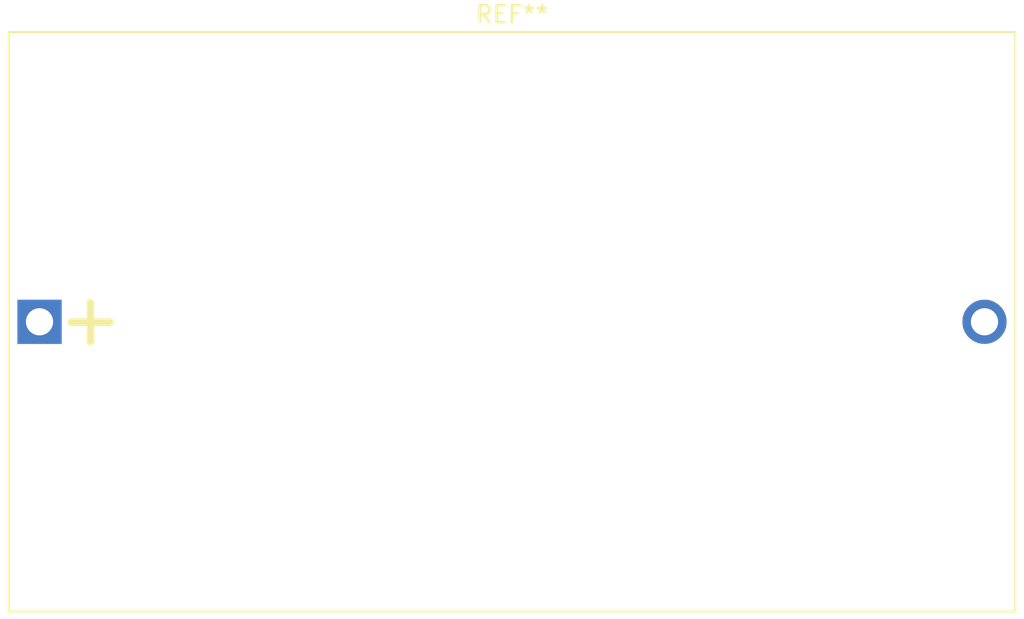
<source format=kicad_pcb>
(kicad_pcb (version 20200628) (host pcbnew "5.99.0-unknown-a61ea1f~89~ubuntu20.04.1")

  (general
    (thickness 1.6)
    (drawings 0)
    (tracks 0)
    (modules 1)
    (nets 1)
  )

  (paper "A4")
  (layers
    (0 "F.Cu" signal)
    (31 "B.Cu" signal)
    (32 "B.Adhes" user)
    (33 "F.Adhes" user)
    (34 "B.Paste" user)
    (35 "F.Paste" user)
    (36 "B.SilkS" user)
    (37 "F.SilkS" user)
    (38 "B.Mask" user)
    (39 "F.Mask" user)
    (40 "Dwgs.User" user)
    (41 "Cmts.User" user)
    (42 "Eco1.User" user)
    (43 "Eco2.User" user)
    (44 "Edge.Cuts" user)
    (45 "Margin" user)
    (46 "B.CrtYd" user)
    (47 "F.CrtYd" user)
    (48 "B.Fab" user)
    (49 "F.Fab" user)
  )

  (setup
    (pcbplotparams
      (layerselection 0x010fc_ffffffff)
      (usegerberextensions false)
      (usegerberattributes true)
      (usegerberadvancedattributes true)
      (creategerberjobfile true)
      (svguseinch false)
      (svgprecision 6)
      (excludeedgelayer true)
      (linewidth 0.100000)
      (plotframeref false)
      (viasonmask false)
      (mode 1)
      (useauxorigin false)
      (hpglpennumber 1)
      (hpglpenspeed 20)
      (hpglpendiameter 15.000000)
      (psnegative false)
      (psa4output false)
      (plotreference true)
      (plotvalue true)
      (plotinvisibletext false)
      (sketchpadsonfab false)
      (subtractmaskfromsilk false)
      (outputformat 1)
      (mirror false)
      (drillshape 1)
      (scaleselection 1)
      (outputdirectory "")
    )
  )

  (net 0 "")

  (module "Battery:BatteryHolder_Bulgin_BX0036_1xC" (layer "F.Cu") (tedit 5C0C1564) (tstamp d3321d8a-72da-4575-8a00-dd5d165a4a4e)
    (at 86.36 116.84)
    (descr "Bulgin Battery Holder, BX0036, Battery Type C (https://www.bulgin.com/products/pub/media/bulgin/data/Battery_holders.pdf)")
    (tags "Bulgin BX0036")
    (fp_text reference "REF**" (at 27.8 -18.1) (layer "F.SilkS")
      (effects (font (size 1 1) (thickness 0.15)))
    )
    (fp_text value "BatteryHolder_Bulgin_BX0036_1xC" (at 27.8 1) (layer "F.Fab")
      (effects (font (size 1 1) (thickness 0.15)))
    )
    (fp_text user "${REFERENCE}" (at 27.8 -1) (layer "F.Fab")
      (effects (font (size 1 1) (thickness 0.1)))
    )
    (fp_line (start -1.81 17.06) (end 57.41 17.06) (layer "F.SilkS") (width 0.12))
    (fp_line (start -1.81 -17.06) (end 57.41 -17.06) (layer "F.SilkS") (width 0.12))
    (fp_line (start 57.41 -17.06) (end 57.41 17.06) (layer "F.SilkS") (width 0.12))
    (fp_line (start -1.81 -17.06) (end -1.81 17.06) (layer "F.SilkS") (width 0.12))
    (fp_line (start -2.3 17.5) (end -2.3 -17.5) (layer "F.CrtYd") (width 0.05))
    (fp_line (start 57.9 17.5) (end -2.3 17.5) (layer "F.CrtYd") (width 0.05))
    (fp_line (start 57.9 -17.5) (end 57.9 17.5) (layer "F.CrtYd") (width 0.05))
    (fp_line (start -2.3 -17.5) (end 57.9 -17.5) (layer "F.CrtYd") (width 0.05))
    (fp_text user "+" (at 3 -0.2) (layer "F.SilkS")
      (effects (font (size 3 3) (thickness 0.45)))
    )
    (fp_line (start -1.75 -17) (end 57.35 -17) (layer "F.Fab") (width 0.1))
    (fp_line (start 57.35 -17) (end 57.35 17) (layer "F.Fab") (width 0.1))
    (fp_line (start 57.35 17) (end -1.75 17) (layer "F.Fab") (width 0.1))
    (fp_line (start -1.75 17) (end -1.75 -17) (layer "F.Fab") (width 0.1))
    (pad "" np_thru_hole circle (at 43.7 0) (size 3.8 3.8) (drill 3.8) (layers *.Cu *.Mask) (tstamp c71a53ae-364e-4fe5-8559-cbf363a2ba40))
    (pad "" np_thru_hole circle (at 11.9 0) (size 3.8 3.8) (drill 3.8) (layers *.Cu *.Mask) (tstamp c9664ee0-c70d-4488-a92c-378b627fbfc2))
    (pad "1" thru_hole rect (at 0 0) (size 2.6 2.6) (drill 1.6) (layers *.Cu *.Mask) (tstamp 1d4553b6-986d-46a9-82a8-1b7660ae01cd))
    (pad "2" thru_hole circle (at 55.6 0) (size 2.6 2.6) (drill 1.6) (layers *.Cu *.Mask) (tstamp bdde2473-e0cb-4dda-ae70-8333ee0cfab0))
    (model "${KISYS3DMOD}/Battery.3dshapes/BatteryHolder_Bulgin_BX0036_1xC.wrl"
      (at (xyz 0 0 0))
      (scale (xyz 1 1 1))
      (rotate (xyz 0 0 0))
    )
  )

)

</source>
